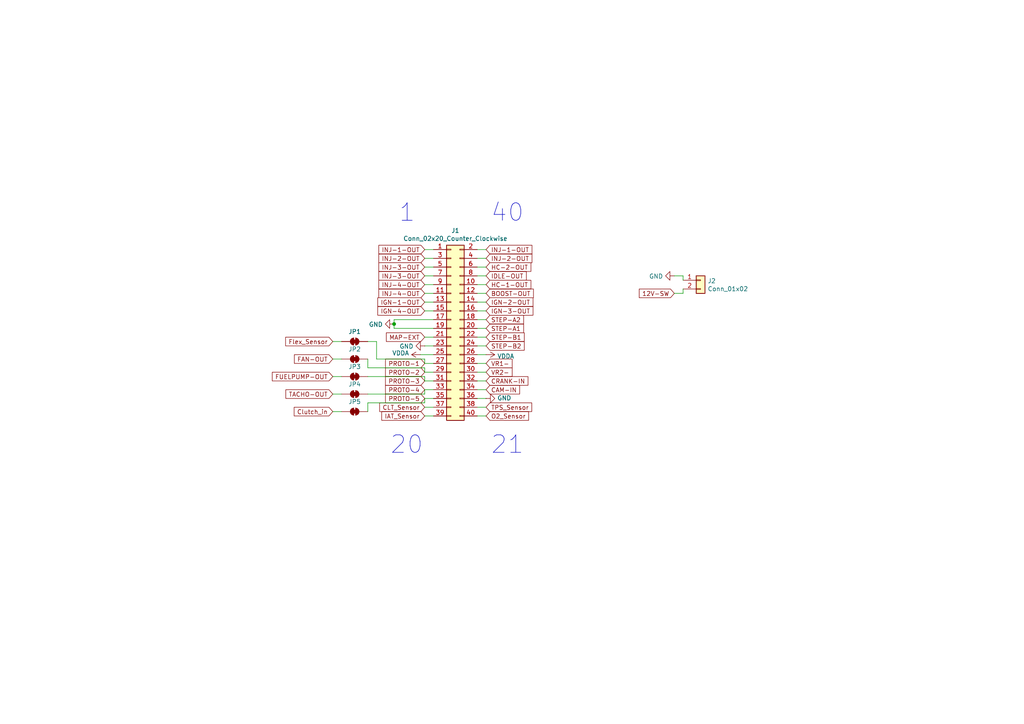
<source format=kicad_sch>
(kicad_sch (version 20231120) (generator "eeschema") (generator_version "8.0")
  (paper "A4")
  (lib_symbols
    (symbol "Connector_Generic:Conn_01x02" (pin_names (offset 1.016) hide)
      (property "Reference" "J" (at 0 2.54 0))
      (property "Value" "Conn_01x02" (at 0 -5.08 0))
      (symbol "Conn_01x02_1_1"
        (rectangle (start -1.27 -2.413) (end 0 -2.667) (stroke (width 0.1524)))
        (rectangle (start -1.27 0.127) (end 0 -0.127) (stroke (width 0.1524)))
        (rectangle (start -1.27 1.27) (end 1.27 -3.81) (stroke (width 0.254)) (fill (type background)))
        (pin passive line (at -5.08 0 0) (length 3.81) (name "Pin_1") (number "1"))
        (pin passive line (at -5.08 -2.54 0) (length 3.81) (name "Pin_2") (number "2"))
      )
    )
    (symbol "Connector_Generic:Conn_02x20_Odd_Even" (pin_names (offset 1.016) hide)
      (property "Reference" "J" (at 1.27 25.4 0))
      (property "Value" "Conn_02x20_Odd_Even" (at 1.27 -27.94 0))
      (symbol "Conn_02x20_Odd_Even_1_1"
        (rectangle (start -1.27 -25.273) (end 0 -25.527) (stroke (width 0.1524)))
        (rectangle (start -1.27 -22.733) (end 0 -22.987) (stroke (width 0.1524)))
        (rectangle (start -1.27 -20.193) (end 0 -20.447) (stroke (width 0.1524)))
        (rectangle (start -1.27 -17.653) (end 0 -17.907) (stroke (width 0.1524)))
        (rectangle (start -1.27 -15.113) (end 0 -15.367) (stroke (width 0.1524)))
        (rectangle (start -1.27 -12.573) (end 0 -12.827) (stroke (width 0.1524)))
        (rectangle (start -1.27 -10.033) (end 0 -10.287) (stroke (width 0.1524)))
        (rectangle (start -1.27 -7.493) (end 0 -7.747) (stroke (width 0.1524)))
        (rectangle (start -1.27 -4.953) (end 0 -5.207) (stroke (width 0.1524)))
        (rectangle (start -1.27 -2.413) (end 0 -2.667) (stroke (width 0.1524)))
        (rectangle (start -1.27 0.127) (end 0 -0.127) (stroke (width 0.1524)))
        (rectangle (start -1.27 2.667) (end 0 2.413) (stroke (width 0.1524)))
        (rectangle (start -1.27 5.207) (end 0 4.953) (stroke (width 0.1524)))
        (rectangle (start -1.27 7.747) (end 0 7.493) (stroke (width 0.1524)))
        (rectangle (start -1.27 10.287) (end 0 10.033) (stroke (width 0.1524)))
        (rectangle (start -1.27 12.827) (end 0 12.573) (stroke (width 0.1524)))
        (rectangle (start -1.27 15.367) (end 0 15.113) (stroke (width 0.1524)))
        (rectangle (start -1.27 17.907) (end 0 17.653) (stroke (width 0.1524)))
        (rectangle (start -1.27 20.447) (end 0 20.193) (stroke (width 0.1524)))
        (rectangle (start -1.27 22.987) (end 0 22.733) (stroke (width 0.1524)))
        (rectangle (start -1.27 24.13) (end 3.81 -26.67) (stroke (width 0.254)) (fill (type background)))
        (rectangle (start 3.81 -25.273) (end 2.54 -25.527) (stroke (width 0.1524)))
        (rectangle (start 3.81 -22.733) (end 2.54 -22.987) (stroke (width 0.1524)))
        (rectangle (start 3.81 -20.193) (end 2.54 -20.447) (stroke (width 0.1524)))
        (rectangle (start 3.81 -17.653) (end 2.54 -17.907) (stroke (width 0.1524)))
        (rectangle (start 3.81 -15.113) (end 2.54 -15.367) (stroke (width 0.1524)))
        (rectangle (start 3.81 -12.573) (end 2.54 -12.827) (stroke (width 0.1524)))
        (rectangle (start 3.81 -10.033) (end 2.54 -10.287) (stroke (width 0.1524)))
        (rectangle (start 3.81 -7.493) (end 2.54 -7.747) (stroke (width 0.1524)))
        (rectangle (start 3.81 -4.953) (end 2.54 -5.207) (stroke (width 0.1524)))
        (rectangle (start 3.81 -2.413) (end 2.54 -2.667) (stroke (width 0.1524)))
        (rectangle (start 3.81 0.127) (end 2.54 -0.127) (stroke (width 0.1524)))
        (rectangle (start 3.81 2.667) (end 2.54 2.413) (stroke (width 0.1524)))
        (rectangle (start 3.81 5.207) (end 2.54 4.953) (stroke (width 0.1524)))
        (rectangle (start 3.81 7.747) (end 2.54 7.493) (stroke (width 0.1524)))
        (rectangle (start 3.81 10.287) (end 2.54 10.033) (stroke (width 0.1524)))
        (rectangle (start 3.81 12.827) (end 2.54 12.573) (stroke (width 0.1524)))
        (rectangle (start 3.81 15.367) (end 2.54 15.113) (stroke (width 0.1524)))
        (rectangle (start 3.81 17.907) (end 2.54 17.653) (stroke (width 0.1524)))
        (rectangle (start 3.81 20.447) (end 2.54 20.193) (stroke (width 0.1524)))
        (rectangle (start 3.81 22.987) (end 2.54 22.733) (stroke (width 0.1524)))
        (pin passive line (at -5.08 22.86 0) (length 3.81) (name "Pin_1") (number "1"))
        (pin passive line (at 7.62 12.7 180) (length 3.81) (name "Pin_10") (number "10"))
        (pin passive line (at -5.08 10.16 0) (length 3.81) (name "Pin_11") (number "11"))
        (pin passive line (at 7.62 10.16 180) (length 3.81) (name "Pin_12") (number "12"))
        (pin passive line (at -5.08 7.62 0) (length 3.81) (name "Pin_13") (number "13"))
        (pin passive line (at 7.62 7.62 180) (length 3.81) (name "Pin_14") (number "14"))
        (pin passive line (at -5.08 5.08 0) (length 3.81) (name "Pin_15") (number "15"))
        (pin passive line (at 7.62 5.08 180) (length 3.81) (name "Pin_16") (number "16"))
        (pin passive line (at -5.08 2.54 0) (length 3.81) (name "Pin_17") (number "17"))
        (pin passive line (at 7.62 2.54 180) (length 3.81) (name "Pin_18") (number "18"))
        (pin passive line (at -5.08 0 0) (length 3.81) (name "Pin_19") (number "19"))
        (pin passive line (at 7.62 22.86 180) (length 3.81) (name "Pin_2") (number "2"))
        (pin passive line (at 7.62 0 180) (length 3.81) (name "Pin_20") (number "20"))
        (pin passive line (at -5.08 -2.54 0) (length 3.81) (name "Pin_21") (number "21"))
        (pin passive line (at 7.62 -2.54 180) (length 3.81) (name "Pin_22") (number "22"))
        (pin passive line (at -5.08 -5.08 0) (length 3.81) (name "Pin_23") (number "23"))
        (pin passive line (at 7.62 -5.08 180) (length 3.81) (name "Pin_24") (number "24"))
        (pin passive line (at -5.08 -7.62 0) (length 3.81) (name "Pin_25") (number "25"))
        (pin passive line (at 7.62 -7.62 180) (length 3.81) (name "Pin_26") (number "26"))
        (pin passive line (at -5.08 -10.16 0) (length 3.81) (name "Pin_27") (number "27"))
        (pin passive line (at 7.62 -10.16 180) (length 3.81) (name "Pin_28") (number "28"))
        (pin passive line (at -5.08 -12.7 0) (length 3.81) (name "Pin_29") (number "29"))
        (pin passive line (at -5.08 20.32 0) (length 3.81) (name "Pin_3") (number "3"))
        (pin passive line (at 7.62 -12.7 180) (length 3.81) (name "Pin_30") (number "30"))
        (pin passive line (at -5.08 -15.24 0) (length 3.81) (name "Pin_31") (number "31"))
        (pin passive line (at 7.62 -15.24 180) (length 3.81) (name "Pin_32") (number "32"))
        (pin passive line (at -5.08 -17.78 0) (length 3.81) (name "Pin_33") (number "33"))
        (pin passive line (at 7.62 -17.78 180) (length 3.81) (name "Pin_34") (number "34"))
        (pin passive line (at -5.08 -20.32 0) (length 3.81) (name "Pin_35") (number "35"))
        (pin passive line (at 7.62 -20.32 180) (length 3.81) (name "Pin_36") (number "36"))
        (pin passive line (at -5.08 -22.86 0) (length 3.81) (name "Pin_37") (number "37"))
        (pin passive line (at 7.62 -22.86 180) (length 3.81) (name "Pin_38") (number "38"))
        (pin passive line (at -5.08 -25.4 0) (length 3.81) (name "Pin_39") (number "39"))
        (pin passive line (at 7.62 20.32 180) (length 3.81) (name "Pin_4") (number "4"))
        (pin passive line (at 7.62 -25.4 180) (length 3.81) (name "Pin_40") (number "40"))
        (pin passive line (at -5.08 17.78 0) (length 3.81) (name "Pin_5") (number "5"))
        (pin passive line (at 7.62 17.78 180) (length 3.81) (name "Pin_6") (number "6"))
        (pin passive line (at -5.08 15.24 0) (length 3.81) (name "Pin_7") (number "7"))
        (pin passive line (at 7.62 15.24 180) (length 3.81) (name "Pin_8") (number "8"))
        (pin passive line (at -5.08 12.7 0) (length 3.81) (name "Pin_9") (number "9"))
      )
    )
    (symbol "Jumper:SolderJumper_2_Bridged" (pin_numbers hide) (pin_names (offset 0) hide) (exclude_from_sim yes) (in_bom no)
      (property "Reference" "JP" (at 0 2.032 0))
      (property "Value" "SolderJumper_2_Bridged" (at 0 -2.54 0))
      (symbol "SolderJumper_2_Bridged_0_1"
        (rectangle (start -0.508 0.508) (end 0.508 -0.508) (fill (type outline)))
        (arc (start -0.254 1.016) (mid -1.2656 0) (end -0.254 -1.016))
        (arc (start -0.254 1.016) (mid -1.2656 0) (end -0.254 -1.016) (fill (type outline)))
        (polyline (pts (xy -0.254 1.016) (xy -0.254 -1.016)))
        (polyline (pts (xy 0.254 1.016) (xy 0.254 -1.016)))
        (arc (start 0.254 -1.016) (mid 1.2656 0) (end 0.254 1.016))
        (arc (start 0.254 -1.016) (mid 1.2656 0) (end 0.254 1.016) (fill (type outline)))
      )
      (symbol "SolderJumper_2_Bridged_1_1"
        (pin passive line (at -3.81 0 0) (length 2.54) (name "A") (number "1"))
        (pin passive line (at 3.81 0 180) (length 2.54) (name "B") (number "2"))
      )
    )
    (symbol "power:GND" (power) (pin_numbers hide) (pin_names (offset 0) hide)
      (property "Value" "GND" (at 0 -3.81 0))
      (symbol "GND_0_1"
        (polyline (pts (xy 0 0) (xy 0 -1.27) (xy 1.27 -1.27) (xy 0 -2.54) (xy -1.27 -1.27) (xy 0 -1.27)))
      )
      (symbol "GND_1_1"
        (pin power_in line (at 0 0 270) (length 0) (name "~") (number "1"))
      )
    )
    (symbol "power:VDDA" (power) (pin_numbers hide) (pin_names (offset 0) hide)
      (property "Value" "VDDA" (at 0 3.556 0))
      (symbol "VDDA_0_1"
        (polyline (pts (xy -0.762 1.27) (xy 0 2.54)))
        (polyline (pts (xy 0 0) (xy 0 2.54)))
        (polyline (pts (xy 0 2.54) (xy 0.762 1.27)))
      )
      (symbol "VDDA_1_1"
        (pin power_in line (at 0 0 90) (length 0) (name "~") (number "1"))
      )
    )
  )
  (junction (at 114.3 93.98))
  (wire (pts (xy 123.19 110.49) (xy 125.73 110.49)))
  (wire (pts (xy 140.97 82.55) (xy 138.43 82.55)))
  (wire (pts (xy 123.19 72.39) (xy 125.73 72.39)))
  (wire (pts (xy 106.68 119.38) (xy 106.68 116.84)))
  (wire (pts (xy 96.52 104.14) (xy 99.06 104.14)))
  (wire (pts (xy 114.3 95.25) (xy 114.3 93.98)))
  (wire (pts (xy 195.58 80.01) (xy 198.12 80.01)))
  (wire (pts (xy 125.73 115.57) (xy 123.19 115.57)))
  (wire (pts (xy 140.97 97.79) (xy 138.43 97.79)))
  (wire (pts (xy 123.19 114.3) (xy 123.19 113.03)))
  (wire (pts (xy 138.43 105.41) (xy 140.97 105.41)))
  (wire (pts (xy 106.68 106.68) (xy 123.19 106.68)))
  (wire (pts (xy 138.43 120.65) (xy 140.97 120.65)))
  (wire (pts (xy 138.43 115.57) (xy 140.97 115.57)))
  (wire (pts (xy 123.19 109.22) (xy 123.19 110.49)))
  (wire (pts (xy 123.19 116.84) (xy 123.19 115.57)))
  (wire (pts (xy 123.19 82.55) (xy 125.73 82.55)))
  (wire (pts (xy 96.52 109.22) (xy 99.06 109.22)))
  (wire (pts (xy 125.73 92.71) (xy 114.3 92.71)))
  (wire (pts (xy 140.97 87.63) (xy 138.43 87.63)))
  (wire (pts (xy 138.43 77.47) (xy 140.97 77.47)))
  (wire (pts (xy 125.73 85.09) (xy 123.19 85.09)))
  (wire (pts (xy 96.52 114.3) (xy 99.06 114.3)))
  (wire (pts (xy 123.19 120.65) (xy 125.73 120.65)))
  (wire (pts (xy 114.3 92.71) (xy 114.3 93.98)))
  (wire (pts (xy 123.19 100.33) (xy 125.73 100.33)))
  (wire (pts (xy 123.19 104.14) (xy 123.19 105.41)))
  (wire (pts (xy 106.68 104.14) (xy 106.68 106.68)))
  (wire (pts (xy 140.97 102.87) (xy 138.43 102.87)))
  (wire (pts (xy 125.73 95.25) (xy 114.3 95.25)))
  (wire (pts (xy 140.97 74.93) (xy 138.43 74.93)))
  (wire (pts (xy 123.19 106.68) (xy 123.19 107.95)))
  (wire (pts (xy 125.73 74.93) (xy 123.19 74.93)))
  (wire (pts (xy 123.19 105.41) (xy 125.73 105.41)))
  (wire (pts (xy 138.43 90.17) (xy 140.97 90.17)))
  (wire (pts (xy 106.68 109.22) (xy 123.19 109.22)))
  (wire (pts (xy 140.97 85.09) (xy 138.43 85.09)))
  (wire (pts (xy 96.52 119.38) (xy 99.06 119.38)))
  (wire (pts (xy 96.52 99.06) (xy 99.06 99.06)))
  (wire (pts (xy 198.12 80.01) (xy 198.12 81.28)))
  (wire (pts (xy 138.43 80.01) (xy 140.97 80.01)))
  (wire (pts (xy 140.97 92.71) (xy 138.43 92.71)))
  (wire (pts (xy 121.92 102.87) (xy 125.73 102.87)))
  (wire (pts (xy 195.58 85.09) (xy 198.12 85.09)))
  (wire (pts (xy 138.43 72.39) (xy 140.97 72.39)))
  (wire (pts (xy 198.12 85.09) (xy 198.12 83.82)))
  (wire (pts (xy 123.19 87.63) (xy 125.73 87.63)))
  (wire (pts (xy 123.19 97.79) (xy 125.73 97.79)))
  (wire (pts (xy 125.73 118.11) (xy 123.19 118.11)))
  (wire (pts (xy 125.73 90.17) (xy 123.19 90.17)))
  (wire (pts (xy 138.43 100.33) (xy 140.97 100.33)))
  (wire (pts (xy 125.73 113.03) (xy 123.19 113.03)))
  (wire (pts (xy 123.19 77.47) (xy 125.73 77.47)))
  (wire (pts (xy 125.73 80.01) (xy 123.19 80.01)))
  (wire (pts (xy 109.22 99.06) (xy 109.22 104.14)))
  (wire (pts (xy 106.68 116.84) (xy 123.19 116.84)))
  (wire (pts (xy 138.43 95.25) (xy 140.97 95.25)))
  (wire (pts (xy 125.73 107.95) (xy 123.19 107.95)))
  (wire (pts (xy 138.43 110.49) (xy 140.97 110.49)))
  (wire (pts (xy 109.22 104.14) (xy 123.19 104.14)))
  (wire (pts (xy 140.97 113.03) (xy 138.43 113.03)))
  (wire (pts (xy 140.97 118.11) (xy 138.43 118.11)))
  (wire (pts (xy 106.68 114.3) (xy 123.19 114.3)))
  (wire (pts (xy 106.68 99.06) (xy 109.22 99.06)))
  (wire (pts (xy 140.97 107.95) (xy 138.43 107.95)))
  (text "20" (at 113.03 132.08 0) (effects (font (size 5.08 5.08)) (justify left bottom)))
  (text "21" (at 142.24 132.08 0) (effects (font (size 5.08 5.08)) (justify left bottom)))
  (text "40" (at 142.24 64.77 0) (effects (font (size 5.08 5.08)) (justify left bottom)))
  (text "1" (at 115.57 64.77 0) (effects (font (size 5.08 5.08)) (justify left bottom)))
  (global_label "IGN-3-OUT" (shape input) (at 140.97 90.17 0) (property "Intersheetrefs" "${INTERSHEET_REFS}" (effects (hide yes))))
  (global_label "IDLE-OUT" (shape input) (at 140.97 80.01 0) (property "Intersheetrefs" "${INTERSHEET_REFS}" (effects (hide yes))))
  (global_label "TPS_Sensor" (shape input) (at 140.97 118.11 0) (property "Intersheetrefs" "${INTERSHEET_REFS}" (effects (hide yes))))
  (global_label "STEP-B2" (shape input) (at 140.97 100.33 0) (property "Intersheetrefs" "${INTERSHEET_REFS}" (effects (hide yes))))
  (global_label "PROTO-1" (shape input) (at 123.19 105.41 180) (property "Intersheetrefs" "${INTERSHEET_REFS}" (effects (hide yes))))
  (global_label "INJ-1-OUT" (shape input) (at 140.97 72.39 0) (property "Intersheetrefs" "${INTERSHEET_REFS}" (effects (hide yes))))
  (global_label "INJ-3-OUT" (shape input) (at 123.19 80.01 180) (property "Intersheetrefs" "${INTERSHEET_REFS}" (effects (hide yes))))
  (global_label "VR2-" (shape input) (at 140.97 107.95 0) (property "Intersheetrefs" "${INTERSHEET_REFS}" (effects (hide yes))))
  (global_label "BOOST-OUT" (shape input) (at 140.97 85.09 0) (property "Intersheetrefs" "${INTERSHEET_REFS}" (effects (hide yes))))
  (global_label "STEP-A1" (shape input) (at 140.97 95.25 0) (property "Intersheetrefs" "${INTERSHEET_REFS}" (effects (hide yes))))
  (global_label "CLT_Sensor" (shape input) (at 123.19 118.11 180) (property "Intersheetrefs" "${INTERSHEET_REFS}" (effects (hide yes))))
  (global_label "IGN-1-OUT" (shape input) (at 123.19 87.63 180) (property "Intersheetrefs" "${INTERSHEET_REFS}" (effects (hide yes))))
  (global_label "INJ-3-OUT" (shape input) (at 123.19 77.47 180) (property "Intersheetrefs" "${INTERSHEET_REFS}" (effects (hide yes))))
  (global_label "INJ-2-OUT" (shape input) (at 123.19 74.93 180) (property "Intersheetrefs" "${INTERSHEET_REFS}" (effects (hide yes))))
  (global_label "IGN-4-OUT" (shape input) (at 123.19 90.17 180) (property "Intersheetrefs" "${INTERSHEET_REFS}" (effects (hide yes))))
  (global_label "PROTO-2" (shape input) (at 123.19 107.95 180) (property "Intersheetrefs" "${INTERSHEET_REFS}" (effects (hide yes))))
  (global_label "INJ-4-OUT" (shape input) (at 123.19 82.55 180) (property "Intersheetrefs" "${INTERSHEET_REFS}" (effects (hide yes))))
  (global_label "IGN-2-OUT" (shape input) (at 140.97 87.63 0) (property "Intersheetrefs" "${INTERSHEET_REFS}" (effects (hide yes))))
  (global_label "FUELPUMP-OUT" (shape input) (at 96.52 109.22 180) (property "Intersheetrefs" "${INTERSHEET_REFS}" (effects (hide yes))))
  (global_label "TACHO-OUT" (shape input) (at 96.52 114.3 180) (property "Intersheetrefs" "${INTERSHEET_REFS}" (effects (hide yes))))
  (global_label "CAM-IN" (shape input) (at 140.97 113.03 0) (property "Intersheetrefs" "${INTERSHEET_REFS}" (effects (hide yes))))
  (global_label "IAT_Sensor" (shape input) (at 123.19 120.65 180) (property "Intersheetrefs" "${INTERSHEET_REFS}" (effects (hide yes))))
  (global_label "O2_Sensor" (shape input) (at 140.97 120.65 0) (property "Intersheetrefs" "${INTERSHEET_REFS}" (effects (hide yes))))
  (global_label "CRANK-IN" (shape input) (at 140.97 110.49 0) (property "Intersheetrefs" "${INTERSHEET_REFS}" (effects (hide yes))))
  (global_label "INJ-4-OUT" (shape input) (at 123.19 85.09 180) (property "Intersheetrefs" "${INTERSHEET_REFS}" (effects (hide yes))))
  (global_label "HC-1-OUT" (shape input) (at 140.97 82.55 0) (property "Intersheetrefs" "${INTERSHEET_REFS}" (effects (hide yes))))
  (global_label "MAP-EXT" (shape input) (at 123.19 97.79 180) (property "Intersheetrefs" "${INTERSHEET_REFS}" (effects (hide yes))))
  (global_label "VR1-" (shape input) (at 140.97 105.41 0) (property "Intersheetrefs" "${INTERSHEET_REFS}" (effects (hide yes))))
  (global_label "PROTO-4" (shape input) (at 123.19 113.03 180) (property "Intersheetrefs" "${INTERSHEET_REFS}" (effects (hide yes))))
  (global_label "FAN-OUT" (shape input) (at 96.52 104.14 180) (property "Intersheetrefs" "${INTERSHEET_REFS}" (effects (hide yes))))
  (global_label "Clutch_in" (shape input) (at 96.52 119.38 180) (property "Intersheetrefs" "${INTERSHEET_REFS}" (effects (hide yes))))
  (global_label "STEP-B1" (shape input) (at 140.97 97.79 0) (property "Intersheetrefs" "${INTERSHEET_REFS}" (effects (hide yes))))
  (global_label "STEP-A2" (shape input) (at 140.97 92.71 0) (property "Intersheetrefs" "${INTERSHEET_REFS}" (effects (hide yes))))
  (global_label "Flex_Sensor" (shape input) (at 96.52 99.06 180) (property "Intersheetrefs" "${INTERSHEET_REFS}" (effects (hide yes))))
  (global_label "HC-2-OUT" (shape input) (at 140.97 77.47 0) (property "Intersheetrefs" "${INTERSHEET_REFS}" (effects (hide yes))))
  (global_label "PROTO-3" (shape input) (at 123.19 110.49 180) (property "Intersheetrefs" "${INTERSHEET_REFS}" (effects (hide yes))))
  (global_label "PROTO-5" (shape input) (at 123.19 115.57 180) (property "Intersheetrefs" "${INTERSHEET_REFS}" (effects (hide yes))))
  (global_label "12V-SW" (shape input) (at 195.58 85.09 180) (property "Intersheetrefs" "${INTERSHEET_REFS}" (effects (hide yes))))
  (global_label "INJ-1-OUT" (shape input) (at 123.19 72.39 180) (property "Intersheetrefs" "${INTERSHEET_REFS}" (effects (hide yes))))
  (global_label "INJ-2-OUT" (shape input) (at 140.97 74.93 0) (property "Intersheetrefs" "${INTERSHEET_REFS}" (effects (hide yes))))
  (symbol (lib_id "power:GND") (at 195.58 80.01 270) (unit 1)
    (property "Reference" "#PWR017" (effects (hide yes)))
    (property "Value" "GND" (at 192.3288 80.137 90) (effects (justify right)))
  )
  (symbol (lib_id "power:GND") (at 123.19 100.33 270) (unit 1)
    (property "Reference" "#PWR014" (effects (hide yes)))
    (property "Value" "GND" (at 119.9388 100.457 90) (effects (justify right)))
  )
  (symbol (lib_id "power:VDDA") (at 121.92 102.87 90) (unit 1)
    (property "Reference" "#PWR013" (effects (hide yes)))
    (property "Value" "VDDA" (at 118.6688 102.4128 90) (effects (justify left)))
  )
  (symbol (lib_id "Jumper:SolderJumper_2_Bridged") (at 102.87 104.14 0) (unit 1)
    (property "Reference" "JP2" (at 102.87 101.2698 0))
    (property "Value" "SolderJumper_2_Bridged" (effects (hide yes)))
    (property "Footprint" "Jumper:SolderJumper-2_P1.3mm_Bridged_Pad1.0x1.5mm" (effects (hide yes)))
  )
  (symbol (lib_id "Jumper:SolderJumper_2_Bridged") (at 102.87 119.38 0) (unit 1)
    (property "Reference" "JP5" (at 102.87 116.5098 0))
    (property "Value" "SolderJumper_2_Bridged" (effects (hide yes)))
    (property "Footprint" "Jumper:SolderJumper-2_P1.3mm_Bridged_Pad1.0x1.5mm" (effects (hide yes)))
  )
  (symbol (lib_id "Connector_Generic:Conn_02x20_Odd_Even") (at 130.81 95.25 0) (unit 1)
    (property "Reference" "J1" (at 132.08 66.8782 0))
    (property "Value" "Conn_02x20_Counter_Clockwise" (at 132.08 69.1896 0))
    (property "Footprint" "Connector_IDC:IDC-Header_2x20_P2.54mm_Vertical" (effects (hide yes)))
  )
  (symbol (lib_id "power:VDDA") (at 140.97 102.87 270) (unit 1)
    (property "Reference" "#PWR015" (effects (hide yes)))
    (property "Value" "VDDA" (at 144.2212 103.3272 90) (effects (justify left)))
  )
  (symbol (lib_id "Connector_Generic:Conn_01x02") (at 203.2 81.28 0) (unit 1)
    (property "Reference" "J2" (at 205.232 81.4832 0) (effects (justify left)))
    (property "Value" "Conn_01x02" (at 205.232 83.7946 0) (effects (justify left)))
    (property "Footprint" "TerminalBlock_Phoenix:TerminalBlock_Phoenix_PT-1,5-2-5.0-H_1x02_P5.00mm_Horizontal" (effects (hide yes)))
  )
  (symbol (lib_id "Jumper:SolderJumper_2_Bridged") (at 102.87 114.3 0) (unit 1)
    (property "Reference" "JP4" (at 102.87 111.4298 0))
    (property "Value" "SolderJumper_2_Bridged" (effects (hide yes)))
    (property "Footprint" "Jumper:SolderJumper-2_P1.3mm_Bridged_Pad1.0x1.5mm" (effects (hide yes)))
  )
  (symbol (lib_id "power:GND") (at 114.3 93.98 270) (unit 1)
    (property "Reference" "#PWR012" (effects (hide yes)))
    (property "Value" "GND" (at 111.0488 94.107 90) (effects (justify right)))
  )
  (symbol (lib_id "Jumper:SolderJumper_2_Bridged") (at 102.87 99.06 0) (unit 1)
    (property "Reference" "JP1" (at 102.87 96.1898 0))
    (property "Value" "SolderJumper_2_Bridged" (effects (hide yes)))
    (property "Footprint" "Jumper:SolderJumper-2_P1.3mm_Bridged_Pad1.0x1.5mm" (effects (hide yes)))
  )
  (symbol (lib_id "Jumper:SolderJumper_2_Bridged") (at 102.87 109.22 0) (unit 1)
    (property "Reference" "JP3" (at 102.87 106.3498 0))
    (property "Value" "SolderJumper_2_Bridged" (effects (hide yes)))
    (property "Footprint" "Jumper:SolderJumper-2_P1.3mm_Bridged_Pad1.0x1.5mm" (effects (hide yes)))
  )
  (symbol (lib_id "power:GND") (at 140.97 115.57 90) (unit 1)
    (property "Reference" "#PWR016" (effects (hide yes)))
    (property "Value" "GND" (at 144.2212 115.443 90) (effects (justify right)))
  )
)
</source>
